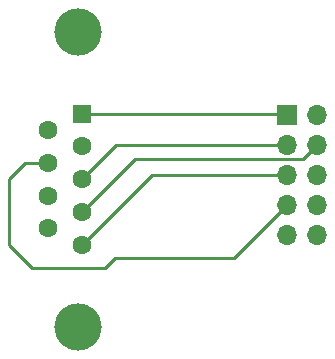
<source format=gbr>
G04 #@! TF.GenerationSoftware,KiCad,Pcbnew,5.0.2-bee76a0~70~ubuntu16.04.1*
G04 #@! TF.CreationDate,2020-03-15T16:19:44-07:00*
G04 #@! TF.ProjectId,DB9_Male,4442395f-4d61-46c6-952e-6b696361645f,rev?*
G04 #@! TF.SameCoordinates,Original*
G04 #@! TF.FileFunction,Copper,L1,Top*
G04 #@! TF.FilePolarity,Positive*
%FSLAX46Y46*%
G04 Gerber Fmt 4.6, Leading zero omitted, Abs format (unit mm)*
G04 Created by KiCad (PCBNEW 5.0.2-bee76a0~70~ubuntu16.04.1) date Sun 15 Mar 2020 16:19:44 PDT*
%MOMM*%
%LPD*%
G01*
G04 APERTURE LIST*
G04 #@! TA.AperFunction,ComponentPad*
%ADD10R,1.600000X1.600000*%
G04 #@! TD*
G04 #@! TA.AperFunction,ComponentPad*
%ADD11C,1.600000*%
G04 #@! TD*
G04 #@! TA.AperFunction,ComponentPad*
%ADD12C,4.000000*%
G04 #@! TD*
G04 #@! TA.AperFunction,ComponentPad*
%ADD13R,1.700000X1.700000*%
G04 #@! TD*
G04 #@! TA.AperFunction,ComponentPad*
%ADD14O,1.700000X1.700000*%
G04 #@! TD*
G04 #@! TA.AperFunction,Conductor*
%ADD15C,0.250000*%
G04 #@! TD*
G04 APERTURE END LIST*
D10*
G04 #@! TO.P,J1,1*
G04 #@! TO.N,1*
X157607000Y-48387000D03*
D11*
G04 #@! TO.P,J1,2*
G04 #@! TO.N,2*
X157607000Y-51157000D03*
G04 #@! TO.P,J1,3*
G04 #@! TO.N,3*
X157607000Y-53927000D03*
G04 #@! TO.P,J1,4*
G04 #@! TO.N,4*
X157607000Y-56697000D03*
G04 #@! TO.P,J1,5*
G04 #@! TO.N,5*
X157607000Y-59467000D03*
G04 #@! TO.P,J1,6*
G04 #@! TO.N,6*
X154767000Y-49772000D03*
G04 #@! TO.P,J1,7*
G04 #@! TO.N,7*
X154767000Y-52542000D03*
G04 #@! TO.P,J1,8*
G04 #@! TO.N,8*
X154767000Y-55312000D03*
G04 #@! TO.P,J1,9*
G04 #@! TO.N,9*
X154767000Y-58082000D03*
D12*
G04 #@! TO.P,J1,0*
G04 #@! TO.N,N/C*
X157307000Y-41427000D03*
X157307000Y-66427000D03*
G04 #@! TD*
D13*
G04 #@! TO.P,J2,1*
G04 #@! TO.N,1*
X174973601Y-48459401D03*
D14*
G04 #@! TO.P,J2,2*
G04 #@! TO.N,2*
X177513601Y-48459401D03*
G04 #@! TO.P,J2,3*
G04 #@! TO.N,3*
X174973601Y-50999401D03*
G04 #@! TO.P,J2,4*
G04 #@! TO.N,4*
X177513601Y-50999401D03*
G04 #@! TO.P,J2,5*
G04 #@! TO.N,5*
X174973601Y-53539401D03*
G04 #@! TO.P,J2,6*
G04 #@! TO.N,6*
X177513601Y-53539401D03*
G04 #@! TO.P,J2,7*
G04 #@! TO.N,7*
X174973601Y-56079401D03*
G04 #@! TO.P,J2,8*
G04 #@! TO.N,8*
X177513601Y-56079401D03*
G04 #@! TO.P,J2,9*
G04 #@! TO.N,9*
X174973601Y-58619401D03*
G04 #@! TO.P,J2,10*
G04 #@! TO.N,Net-(J2-Pad10)*
X177513601Y-58619401D03*
G04 #@! TD*
D15*
G04 #@! TO.N,1*
X174901200Y-48387000D02*
X174973601Y-48459401D01*
X157607000Y-48387000D02*
X174901200Y-48387000D01*
G04 #@! TO.N,3*
X160534599Y-50999401D02*
X157607000Y-53927000D01*
X174973601Y-50999401D02*
X160534599Y-50999401D01*
G04 #@! TO.N,4*
X157607000Y-56697000D02*
X162107000Y-52197000D01*
X176316002Y-52197000D02*
X177513601Y-50999401D01*
X162107000Y-52197000D02*
X176316002Y-52197000D01*
G04 #@! TO.N,5*
X163534599Y-53539401D02*
X157607000Y-59467000D01*
X174973601Y-53539401D02*
X163534599Y-53539401D01*
G04 #@! TO.N,7*
X170461001Y-60592001D02*
X160387999Y-60592001D01*
X174973601Y-56079401D02*
X170461001Y-60592001D01*
X160387999Y-60592001D02*
X159562800Y-61417200D01*
X159562800Y-61417200D02*
X153365200Y-61417200D01*
X153365200Y-61417200D02*
X151485600Y-59537600D01*
X151485600Y-59537600D02*
X151485600Y-53898800D01*
X152842400Y-52542000D02*
X154767000Y-52542000D01*
X151485600Y-53898800D02*
X152842400Y-52542000D01*
G04 #@! TD*
M02*

</source>
